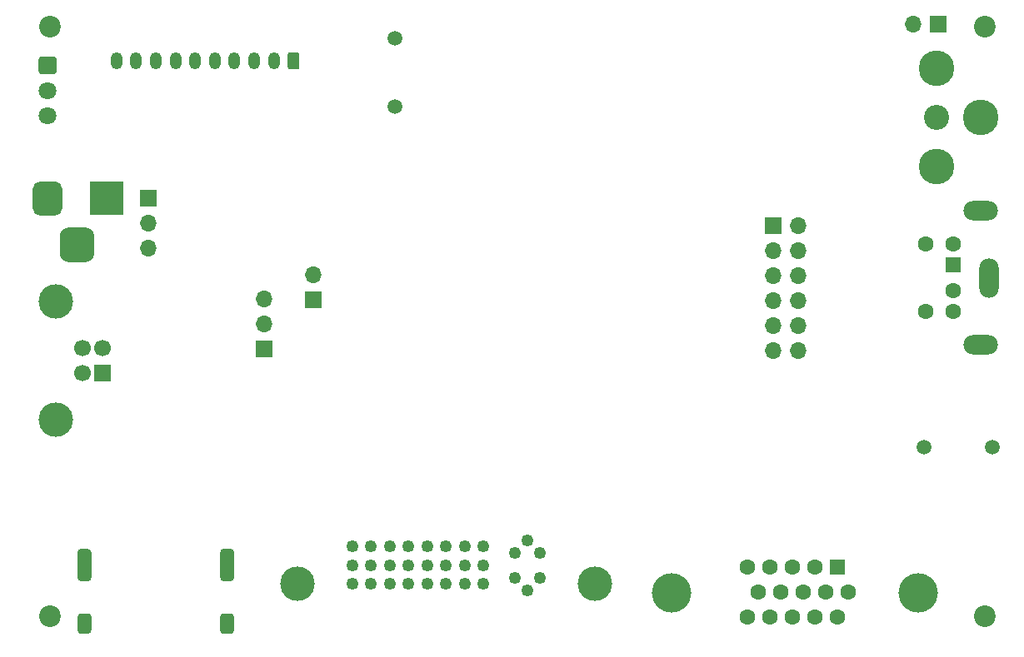
<source format=gbr>
%TF.GenerationSoftware,KiCad,Pcbnew,(5.1.10)-1*%
%TF.CreationDate,2021-11-12T20:21:06+04:00*%
%TF.ProjectId,RTD2662Board,52544432-3636-4324-926f-6172642e6b69,2*%
%TF.SameCoordinates,Original*%
%TF.FileFunction,Soldermask,Bot*%
%TF.FilePolarity,Negative*%
%FSLAX46Y46*%
G04 Gerber Fmt 4.6, Leading zero omitted, Abs format (unit mm)*
G04 Created by KiCad (PCBNEW (5.1.10)-1) date 2021-11-12 20:21:06*
%MOMM*%
%LPD*%
G01*
G04 APERTURE LIST*
%ADD10C,3.500120*%
%ADD11C,1.250000*%
%ADD12C,1.500000*%
%ADD13R,1.700000X1.700000*%
%ADD14O,1.700000X1.700000*%
%ADD15C,4.000000*%
%ADD16C,1.600000*%
%ADD17R,1.600000X1.600000*%
%ADD18O,1.200000X1.750000*%
%ADD19R,3.500000X3.500000*%
%ADD20C,1.700000*%
%ADD21C,3.500000*%
%ADD22C,2.200000*%
%ADD23O,2.000000X4.000000*%
%ADD24O,3.500000X2.000000*%
%ADD25C,2.550000*%
%ADD26C,3.616000*%
%ADD27C,1.800000*%
G04 APERTURE END LIST*
D10*
%TO.C,J6*%
X105360460Y-139198000D03*
D11*
X84535000Y-135388000D03*
X82630000Y-135388000D03*
X80725000Y-135388000D03*
X86440000Y-135388000D03*
X88345000Y-135388000D03*
X80725000Y-137293000D03*
X92155000Y-135388000D03*
X90250000Y-135388000D03*
D10*
X75139540Y-139198000D03*
D11*
X82630000Y-137293000D03*
X84535000Y-137293000D03*
X86440000Y-137293000D03*
X88345000Y-137293000D03*
X90250000Y-137293000D03*
X92155000Y-137293000D03*
X94060000Y-137293000D03*
X80725000Y-139198000D03*
X82630000Y-139198000D03*
X84535000Y-139198000D03*
X86440000Y-139198000D03*
X88345000Y-139198000D03*
X90250000Y-139198000D03*
X92155000Y-139198000D03*
X94060000Y-139198000D03*
X94060000Y-135388000D03*
X99775000Y-136023000D03*
X97235000Y-136023000D03*
X97235000Y-138563000D03*
X99775000Y-138563000D03*
X98505000Y-134753000D03*
X98505000Y-139833000D03*
%TD*%
D12*
%TO.C,J5*%
X138775000Y-125250000D03*
X145775000Y-125250000D03*
%TD*%
%TO.C,J7*%
G36*
G01*
X67300000Y-138560000D02*
X67300000Y-135960000D01*
G75*
G02*
X67650000Y-135610000I350000J0D01*
G01*
X68350000Y-135610000D01*
G75*
G02*
X68700000Y-135960000I0J-350000D01*
G01*
X68700000Y-138560000D01*
G75*
G02*
X68350000Y-138910000I-350000J0D01*
G01*
X67650000Y-138910000D01*
G75*
G02*
X67300000Y-138560000I0J350000D01*
G01*
G37*
G36*
G01*
X52800000Y-138560000D02*
X52800000Y-135960000D01*
G75*
G02*
X53150000Y-135610000I350000J0D01*
G01*
X53850000Y-135610000D01*
G75*
G02*
X54200000Y-135960000I0J-350000D01*
G01*
X54200000Y-138560000D01*
G75*
G02*
X53850000Y-138910000I-350000J0D01*
G01*
X53150000Y-138910000D01*
G75*
G02*
X52800000Y-138560000I0J350000D01*
G01*
G37*
G36*
G01*
X52800000Y-143920000D02*
X52800000Y-142520000D01*
G75*
G02*
X53150000Y-142170000I350000J0D01*
G01*
X53850000Y-142170000D01*
G75*
G02*
X54200000Y-142520000I0J-350000D01*
G01*
X54200000Y-143920000D01*
G75*
G02*
X53850000Y-144270000I-350000J0D01*
G01*
X53150000Y-144270000D01*
G75*
G02*
X52800000Y-143920000I0J350000D01*
G01*
G37*
G36*
G01*
X67300000Y-143920000D02*
X67300000Y-142520000D01*
G75*
G02*
X67650000Y-142170000I350000J0D01*
G01*
X68350000Y-142170000D01*
G75*
G02*
X68700000Y-142520000I0J-350000D01*
G01*
X68700000Y-143920000D01*
G75*
G02*
X68350000Y-144270000I-350000J0D01*
G01*
X67650000Y-144270000D01*
G75*
G02*
X67300000Y-143920000I0J350000D01*
G01*
G37*
%TD*%
D13*
%TO.C,J12*%
X123500000Y-102750000D03*
D14*
X126040000Y-102750000D03*
X123500000Y-105290000D03*
X126040000Y-105290000D03*
X123500000Y-107830000D03*
X126040000Y-107830000D03*
X123500000Y-110370000D03*
X126040000Y-110370000D03*
X123500000Y-112910000D03*
X126040000Y-112910000D03*
X123500000Y-115450000D03*
X126040000Y-115450000D03*
%TD*%
D15*
%TO.C,J9*%
X138185000Y-140110000D03*
X113185000Y-140110000D03*
D16*
X120840000Y-142580000D03*
X123130000Y-142580000D03*
X125420000Y-142580000D03*
X127710000Y-142580000D03*
X130000000Y-142580000D03*
X121985000Y-140040000D03*
X124275000Y-140040000D03*
X126565000Y-140040000D03*
X128855000Y-140040000D03*
X131145000Y-140040000D03*
X120840000Y-137500000D03*
X123130000Y-137500000D03*
X125420000Y-137500000D03*
X127710000Y-137500000D03*
D17*
X130000000Y-137500000D03*
%TD*%
D14*
%TO.C,J15*%
X76750000Y-107710000D03*
D13*
X76750000Y-110250000D03*
%TD*%
D14*
%TO.C,J14*%
X137710000Y-82250000D03*
D13*
X140250000Y-82250000D03*
%TD*%
D14*
%TO.C,JP6*%
X60000000Y-105040000D03*
X60000000Y-102500000D03*
D13*
X60000000Y-99960000D03*
%TD*%
D18*
%TO.C,J13*%
X56750000Y-86000000D03*
X58750000Y-86000000D03*
X60750000Y-86000000D03*
X62750000Y-86000000D03*
X64750000Y-86000000D03*
X66750000Y-86000000D03*
X68750000Y-86000000D03*
X70750000Y-86000000D03*
X72750000Y-86000000D03*
G36*
G01*
X75350000Y-85374999D02*
X75350000Y-86625001D01*
G75*
G02*
X75100001Y-86875000I-249999J0D01*
G01*
X74399999Y-86875000D01*
G75*
G02*
X74150000Y-86625001I0J249999D01*
G01*
X74150000Y-85374999D01*
G75*
G02*
X74399999Y-85125000I249999J0D01*
G01*
X75100001Y-85125000D01*
G75*
G02*
X75350000Y-85374999I0J-249999D01*
G01*
G37*
%TD*%
D14*
%TO.C,J11*%
X71750000Y-110210000D03*
X71750000Y-112750000D03*
D13*
X71750000Y-115290000D03*
%TD*%
%TO.C,J3*%
G36*
G01*
X51000000Y-105575000D02*
X51000000Y-103825000D01*
G75*
G02*
X51875000Y-102950000I875000J0D01*
G01*
X53625000Y-102950000D01*
G75*
G02*
X54500000Y-103825000I0J-875000D01*
G01*
X54500000Y-105575000D01*
G75*
G02*
X53625000Y-106450000I-875000J0D01*
G01*
X51875000Y-106450000D01*
G75*
G02*
X51000000Y-105575000I0J875000D01*
G01*
G37*
G36*
G01*
X48250000Y-101000000D02*
X48250000Y-99000000D01*
G75*
G02*
X49000000Y-98250000I750000J0D01*
G01*
X50500000Y-98250000D01*
G75*
G02*
X51250000Y-99000000I0J-750000D01*
G01*
X51250000Y-101000000D01*
G75*
G02*
X50500000Y-101750000I-750000J0D01*
G01*
X49000000Y-101750000D01*
G75*
G02*
X48250000Y-101000000I0J750000D01*
G01*
G37*
D19*
X55750000Y-100000000D03*
%TD*%
D12*
%TO.C,J2*%
X85050000Y-83675000D03*
X85050000Y-90675000D03*
%TD*%
D13*
%TO.C,J1*%
X55300000Y-117700000D03*
D20*
X55300000Y-115200000D03*
X53300000Y-115200000D03*
X53300000Y-117700000D03*
D21*
X50590000Y-122470000D03*
X50590000Y-110430000D03*
%TD*%
D22*
%TO.C,REF\u002A\u002A*%
X50000000Y-82500000D03*
%TD*%
%TO.C,REF\u002A\u002A*%
X145000000Y-82500000D03*
%TD*%
%TO.C,REF\u002A\u002A*%
X145000000Y-142500000D03*
%TD*%
%TO.C,REF\u002A\u002A*%
X50000000Y-142500000D03*
%TD*%
D23*
%TO.C,J8*%
X145400000Y-108050000D03*
D16*
X138950000Y-111450000D03*
X138950000Y-104650000D03*
X141750000Y-111450000D03*
X141750000Y-104650000D03*
X141750000Y-109350000D03*
D17*
X141750000Y-106750000D03*
D24*
X144600000Y-101200000D03*
X144600000Y-114900000D03*
%TD*%
D25*
%TO.C,J10*%
X140050000Y-91750000D03*
D26*
X140050000Y-96750000D03*
X140050000Y-86750000D03*
X144550000Y-91750000D03*
%TD*%
D27*
%TO.C,U1*%
X49750000Y-91540000D03*
X49750000Y-89000000D03*
G36*
G01*
X49100200Y-85560000D02*
X50399800Y-85560000D01*
G75*
G02*
X50650000Y-85810200I0J-250200D01*
G01*
X50650000Y-87109800D01*
G75*
G02*
X50399800Y-87360000I-250200J0D01*
G01*
X49100200Y-87360000D01*
G75*
G02*
X48850000Y-87109800I0J250200D01*
G01*
X48850000Y-85810200D01*
G75*
G02*
X49100200Y-85560000I250200J0D01*
G01*
G37*
%TD*%
M02*

</source>
